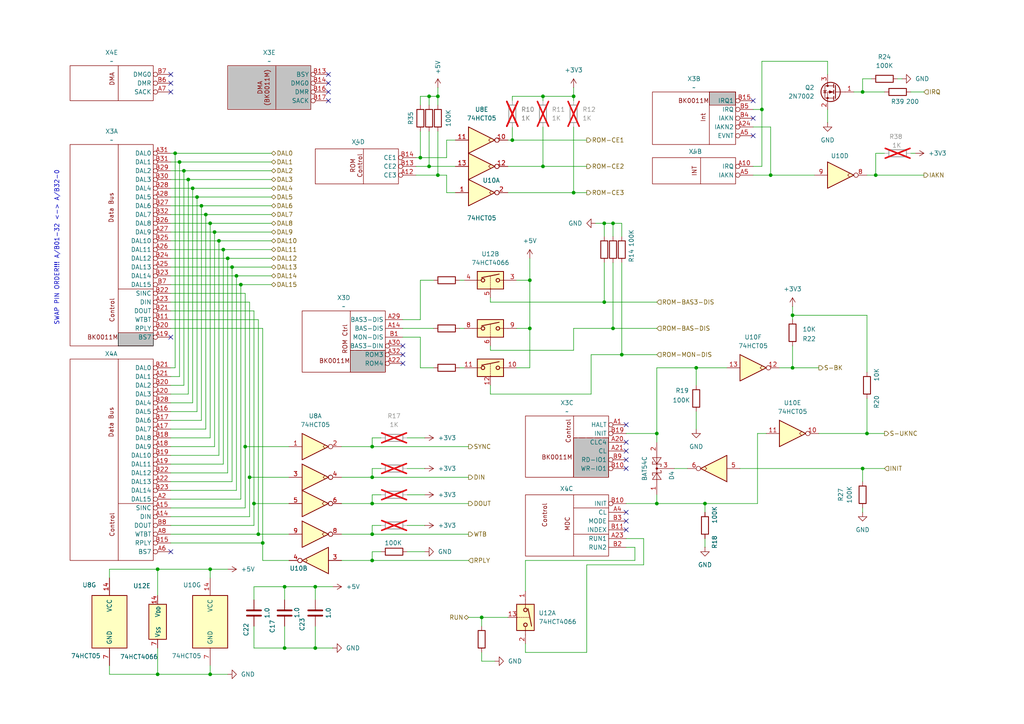
<source format=kicad_sch>
(kicad_sch (version 20231120) (generator "eeschema") (generator_version "8.0")
  (paper "A4")
  (junction (at 73.66 146.05))
  (junction (at 175.26 64.77))
  (junction (at 229.87 106.68))
  (junction (at 107.95 146.05))
  (junction (at 153.67 95.25))
  (junction (at 60.96 165.1))
  (junction (at 67.31 77.47))
  (junction (at 45.72 195.58))
  (junction (at 175.26 87.63))
  (junction (at 107.95 162.56))
  (junction (at 166.37 55.88))
  (junction (at 157.48 27.94))
  (junction (at 229.87 91.44))
  (junction (at 72.39 138.43))
  (junction (at 52.07 46.99))
  (junction (at 66.04 74.93))
  (junction (at 82.55 170.18))
  (junction (at 76.2 157.48))
  (junction (at 127 27.94))
  (junction (at 91.44 187.96))
  (junction (at 157.48 48.26))
  (junction (at 59.69 62.23))
  (junction (at 74.93 154.94))
  (junction (at 68.58 80.01))
  (junction (at 153.67 81.28))
  (junction (at 250.19 135.89))
  (junction (at 107.95 154.94))
  (junction (at 107.95 138.43))
  (junction (at 63.5 69.85))
  (junction (at 139.7 179.07))
  (junction (at 223.52 50.8))
  (junction (at 54.61 52.07))
  (junction (at 254 50.8))
  (junction (at 204.47 146.05))
  (junction (at 121.92 45.72))
  (junction (at 177.8 64.77))
  (junction (at 69.85 82.55))
  (junction (at 124.46 27.94))
  (junction (at 220.98 31.75))
  (junction (at 60.96 195.58))
  (junction (at 62.23 67.31))
  (junction (at 124.46 48.26))
  (junction (at 91.44 170.18))
  (junction (at 71.12 129.54))
  (junction (at 166.37 27.94))
  (junction (at 177.8 95.25))
  (junction (at 82.55 187.96))
  (junction (at 107.95 129.54))
  (junction (at 45.72 165.1))
  (junction (at 55.88 54.61))
  (junction (at 50.8 44.45))
  (junction (at 60.96 64.77))
  (junction (at 250.19 26.67))
  (junction (at 57.15 57.15))
  (junction (at 58.42 59.69))
  (junction (at 127 50.8))
  (junction (at 190.5 125.73))
  (junction (at 53.34 49.53))
  (junction (at 201.93 106.68))
  (junction (at 148.59 40.64))
  (junction (at 251.46 125.73))
  (junction (at 180.34 102.87))
  (junction (at 190.5 146.05))
  (junction (at 64.77 72.39))
  (no_connect (at 95.25 21.59))
  (no_connect (at 181.61 135.89))
  (no_connect (at 181.61 151.13))
  (no_connect (at 218.44 39.37))
  (no_connect (at 181.61 123.19))
  (no_connect (at 181.61 148.59))
  (no_connect (at 181.61 133.35))
  (no_connect (at 181.61 128.27))
  (no_connect (at 218.44 29.21))
  (no_connect (at 181.61 153.67))
  (no_connect (at 116.84 100.33))
  (no_connect (at 95.25 29.21))
  (no_connect (at 49.53 97.79))
  (no_connect (at 49.53 160.02))
  (no_connect (at 49.53 21.59))
  (no_connect (at 181.61 130.81))
  (no_connect (at 49.53 26.67))
  (no_connect (at 95.25 26.67))
  (no_connect (at 95.25 24.13))
  (no_connect (at 49.53 24.13))
  (no_connect (at 116.84 105.41))
  (no_connect (at 116.84 102.87))
  (no_connect (at 218.44 34.29))
  (wire (pts (xy 58.42 59.69) (xy 58.42 121.92)))
  (wire (pts (xy 49.53 144.78) (xy 69.85 144.78)))
  (wire (pts (xy 220.98 17.78) (xy 220.98 31.75)))
  (wire (pts (xy 190.5 106.68) (xy 201.93 106.68)))
  (wire (pts (xy 73.66 146.05) (xy 73.66 152.4)))
  (wire (pts (xy 99.06 129.54) (xy 107.95 129.54)))
  (wire (pts (xy 240.03 21.59) (xy 240.03 17.78)))
  (wire (pts (xy 60.96 193.04) (xy 60.96 195.58)))
  (wire (pts (xy 120.65 48.26) (xy 124.46 48.26)))
  (wire (pts (xy 60.96 165.1) (xy 66.04 165.1)))
  (wire (pts (xy 49.53 106.68) (xy 50.8 106.68)))
  (wire (pts (xy 190.5 95.25) (xy 177.8 95.25)))
  (wire (pts (xy 177.8 68.58) (xy 177.8 64.77)))
  (wire (pts (xy 177.8 64.77) (xy 180.34 64.77)))
  (wire (pts (xy 49.53 147.32) (xy 71.12 147.32)))
  (wire (pts (xy 49.53 152.4) (xy 73.66 152.4)))
  (wire (pts (xy 69.85 82.55) (xy 78.74 82.55)))
  (wire (pts (xy 175.26 64.77) (xy 177.8 64.77)))
  (wire (pts (xy 49.53 154.94) (xy 74.93 154.94)))
  (wire (pts (xy 223.52 50.8) (xy 236.22 50.8)))
  (wire (pts (xy 252.73 22.86) (xy 250.19 22.86)))
  (wire (pts (xy 256.54 44.45) (xy 254 44.45)))
  (wire (pts (xy 166.37 27.94) (xy 166.37 29.21)))
  (wire (pts (xy 240.03 31.75) (xy 240.03 35.56)))
  (wire (pts (xy 49.53 44.45) (xy 50.8 44.45)))
  (wire (pts (xy 45.72 165.1) (xy 60.96 165.1)))
  (wire (pts (xy 121.92 27.94) (xy 124.46 27.94)))
  (wire (pts (xy 49.53 129.54) (xy 62.23 129.54)))
  (wire (pts (xy 204.47 146.05) (xy 204.47 148.59)))
  (wire (pts (xy 190.5 146.05) (xy 204.47 146.05)))
  (wire (pts (xy 73.66 181.61) (xy 73.66 187.96)))
  (wire (pts (xy 118.11 152.4) (xy 123.19 152.4)))
  (wire (pts (xy 129.54 45.72) (xy 129.54 40.64)))
  (wire (pts (xy 91.44 187.96) (xy 96.52 187.96)))
  (wire (pts (xy 99.06 162.56) (xy 107.95 162.56)))
  (wire (pts (xy 124.46 38.1) (xy 124.46 48.26)))
  (wire (pts (xy 91.44 181.61) (xy 91.44 187.96)))
  (wire (pts (xy 251.46 125.73) (xy 256.54 125.73)))
  (wire (pts (xy 53.34 111.76) (xy 53.34 49.53)))
  (wire (pts (xy 66.04 74.93) (xy 66.04 137.16)))
  (wire (pts (xy 121.92 30.48) (xy 121.92 27.94)))
  (wire (pts (xy 49.53 157.48) (xy 76.2 157.48)))
  (wire (pts (xy 64.77 72.39) (xy 64.77 134.62)))
  (wire (pts (xy 250.19 26.67) (xy 256.54 26.67)))
  (wire (pts (xy 63.5 69.85) (xy 63.5 132.08)))
  (wire (pts (xy 54.61 52.07) (xy 78.74 52.07)))
  (wire (pts (xy 219.71 125.73) (xy 222.25 125.73)))
  (wire (pts (xy 49.53 69.85) (xy 63.5 69.85)))
  (wire (pts (xy 107.95 135.89) (xy 107.95 138.43)))
  (wire (pts (xy 49.53 95.25) (xy 76.2 95.25)))
  (wire (pts (xy 72.39 138.43) (xy 72.39 149.86)))
  (wire (pts (xy 180.34 102.87) (xy 171.45 102.87)))
  (wire (pts (xy 52.07 46.99) (xy 78.74 46.99)))
  (wire (pts (xy 218.44 48.26) (xy 220.98 48.26)))
  (wire (pts (xy 170.18 55.88) (xy 166.37 55.88)))
  (wire (pts (xy 181.61 146.05) (xy 190.5 146.05)))
  (wire (pts (xy 54.61 114.3) (xy 54.61 52.07)))
  (wire (pts (xy 139.7 191.77) (xy 143.51 191.77)))
  (wire (pts (xy 142.24 114.3) (xy 171.45 114.3)))
  (wire (pts (xy 110.49 152.4) (xy 107.95 152.4)))
  (wire (pts (xy 170.18 163.83) (xy 186.69 163.83)))
  (wire (pts (xy 171.45 114.3) (xy 171.45 102.87)))
  (wire (pts (xy 220.98 31.75) (xy 220.98 48.26)))
  (wire (pts (xy 229.87 92.71) (xy 229.87 91.44)))
  (wire (pts (xy 229.87 106.68) (xy 237.49 106.68)))
  (wire (pts (xy 247.65 26.67) (xy 250.19 26.67)))
  (wire (pts (xy 116.84 95.25) (xy 125.73 95.25)))
  (wire (pts (xy 62.23 67.31) (xy 62.23 129.54)))
  (wire (pts (xy 229.87 91.44) (xy 229.87 88.9)))
  (wire (pts (xy 83.82 162.56) (xy 76.2 162.56)))
  (wire (pts (xy 142.24 87.63) (xy 175.26 87.63)))
  (wire (pts (xy 264.16 26.67) (xy 267.97 26.67)))
  (wire (pts (xy 68.58 80.01) (xy 68.58 142.24)))
  (wire (pts (xy 58.42 59.69) (xy 78.74 59.69)))
  (wire (pts (xy 250.19 135.89) (xy 256.54 135.89)))
  (wire (pts (xy 74.93 154.94) (xy 83.82 154.94)))
  (wire (pts (xy 50.8 44.45) (xy 78.74 44.45)))
  (wire (pts (xy 107.95 154.94) (xy 135.89 154.94)))
  (wire (pts (xy 49.53 80.01) (xy 68.58 80.01)))
  (wire (pts (xy 45.72 195.58) (xy 60.96 195.58)))
  (wire (pts (xy 121.92 106.68) (xy 125.73 106.68)))
  (wire (pts (xy 53.34 49.53) (xy 78.74 49.53)))
  (wire (pts (xy 157.48 27.94) (xy 166.37 27.94)))
  (wire (pts (xy 251.46 91.44) (xy 229.87 91.44)))
  (wire (pts (xy 49.53 92.71) (xy 74.93 92.71)))
  (wire (pts (xy 107.95 138.43) (xy 135.89 138.43)))
  (wire (pts (xy 74.93 92.71) (xy 74.93 154.94)))
  (wire (pts (xy 172.72 64.77) (xy 175.26 64.77)))
  (wire (pts (xy 73.66 187.96) (xy 82.55 187.96)))
  (wire (pts (xy 135.89 179.07) (xy 139.7 179.07)))
  (wire (pts (xy 49.53 116.84) (xy 55.88 116.84)))
  (wire (pts (xy 49.53 142.24) (xy 68.58 142.24)))
  (wire (pts (xy 49.53 132.08) (xy 63.5 132.08)))
  (wire (pts (xy 142.24 86.36) (xy 142.24 87.63)))
  (wire (pts (xy 50.8 44.45) (xy 50.8 106.68)))
  (wire (pts (xy 121.92 81.28) (xy 125.73 81.28)))
  (wire (pts (xy 170.18 189.23) (xy 170.18 163.83)))
  (wire (pts (xy 134.62 106.68) (xy 133.35 106.68)))
  (wire (pts (xy 49.53 74.93) (xy 66.04 74.93)))
  (wire (pts (xy 180.34 68.58) (xy 180.34 64.77)))
  (wire (pts (xy 201.93 119.38) (xy 201.93 124.46)))
  (wire (pts (xy 45.72 187.96) (xy 45.72 195.58)))
  (wire (pts (xy 110.49 160.02) (xy 107.95 160.02)))
  (wire (pts (xy 204.47 146.05) (xy 219.71 146.05)))
  (wire (pts (xy 214.63 135.89) (xy 250.19 135.89)))
  (wire (pts (xy 71.12 129.54) (xy 71.12 147.32)))
  (wire (pts (xy 73.66 173.99) (xy 73.66 170.18)))
  (wire (pts (xy 142.24 101.6) (xy 166.37 101.6)))
  (wire (pts (xy 148.59 40.64) (xy 147.32 40.64)))
  (wire (pts (xy 184.15 158.75) (xy 181.61 158.75)))
  (wire (pts (xy 120.65 50.8) (xy 127 50.8)))
  (wire (pts (xy 157.48 36.83) (xy 157.48 48.26)))
  (wire (pts (xy 116.84 97.79) (xy 121.92 97.79)))
  (wire (pts (xy 265.43 44.45) (xy 264.16 44.45)))
  (wire (pts (xy 57.15 57.15) (xy 78.74 57.15)))
  (wire (pts (xy 166.37 25.4) (xy 166.37 27.94)))
  (wire (pts (xy 226.06 106.68) (xy 229.87 106.68)))
  (wire (pts (xy 59.69 62.23) (xy 59.69 124.46)))
  (wire (pts (xy 254 50.8) (xy 267.97 50.8)))
  (wire (pts (xy 152.4 189.23) (xy 170.18 189.23)))
  (wire (pts (xy 72.39 138.43) (xy 83.82 138.43)))
  (wire (pts (xy 49.53 54.61) (xy 55.88 54.61)))
  (wire (pts (xy 107.95 162.56) (xy 135.89 162.56)))
  (wire (pts (xy 251.46 107.95) (xy 251.46 91.44)))
  (wire (pts (xy 121.92 45.72) (xy 129.54 45.72)))
  (wire (pts (xy 127 50.8) (xy 129.54 50.8)))
  (wire (pts (xy 49.53 64.77) (xy 60.96 64.77)))
  (wire (pts (xy 49.53 85.09) (xy 71.12 85.09)))
  (wire (pts (xy 52.07 46.99) (xy 52.07 109.22)))
  (wire (pts (xy 107.95 129.54) (xy 135.89 129.54)))
  (wire (pts (xy 67.31 77.47) (xy 78.74 77.47)))
  (wire (pts (xy 190.5 106.68) (xy 190.5 125.73)))
  (wire (pts (xy 149.86 81.28) (xy 153.67 81.28)))
  (wire (pts (xy 116.84 92.71) (xy 121.92 92.71)))
  (wire (pts (xy 49.53 137.16) (xy 66.04 137.16)))
  (wire (pts (xy 127 38.1) (xy 127 50.8)))
  (wire (pts (xy 121.92 97.79) (xy 121.92 106.68)))
  (wire (pts (xy 82.55 170.18) (xy 82.55 173.99)))
  (wire (pts (xy 124.46 48.26) (xy 132.08 48.26)))
  (wire (pts (xy 107.95 146.05) (xy 135.89 146.05)))
  (wire (pts (xy 68.58 80.01) (xy 78.74 80.01)))
  (wire (pts (xy 152.4 186.69) (xy 152.4 189.23)))
  (wire (pts (xy 49.53 82.55) (xy 69.85 82.55)))
  (wire (pts (xy 152.4 171.45) (xy 152.4 162.56)))
  (wire (pts (xy 142.24 100.33) (xy 142.24 101.6)))
  (wire (pts (xy 31.75 165.1) (xy 45.72 165.1)))
  (wire (pts (xy 219.71 146.05) (xy 219.71 125.73)))
  (wire (pts (xy 120.65 45.72) (xy 121.92 45.72)))
  (wire (pts (xy 124.46 30.48) (xy 124.46 27.94)))
  (wire (pts (xy 59.69 62.23) (xy 78.74 62.23)))
  (wire (pts (xy 110.49 143.51) (xy 107.95 143.51)))
  (wire (pts (xy 31.75 195.58) (xy 45.72 195.58)))
  (wire (pts (xy 181.61 125.73) (xy 190.5 125.73)))
  (wire (pts (xy 49.53 49.53) (xy 53.34 49.53)))
  (wire (pts (xy 82.55 181.61) (xy 82.55 187.96)))
  (wire (pts (xy 66.04 74.93) (xy 78.74 74.93)))
  (wire (pts (xy 170.18 48.26) (xy 157.48 48.26)))
  (wire (pts (xy 107.95 143.51) (xy 107.95 146.05)))
  (wire (pts (xy 49.53 134.62) (xy 64.77 134.62)))
  (wire (pts (xy 237.49 125.73) (xy 251.46 125.73)))
  (wire (pts (xy 129.54 40.64) (xy 132.08 40.64)))
  (wire (pts (xy 49.53 52.07) (xy 54.61 52.07)))
  (wire (pts (xy 134.62 81.28) (xy 133.35 81.28)))
  (wire (pts (xy 69.85 82.55) (xy 69.85 144.78)))
  (wire (pts (xy 60.96 64.77) (xy 60.96 127)))
  (wire (pts (xy 67.31 77.47) (xy 67.31 139.7)))
  (wire (pts (xy 152.4 162.56) (xy 184.15 162.56)))
  (wire (pts (xy 148.59 29.21) (xy 148.59 27.94)))
  (wire (pts (xy 49.53 62.23) (xy 59.69 62.23)))
  (wire (pts (xy 72.39 87.63) (xy 72.39 138.43)))
  (wire (pts (xy 190.5 102.87) (xy 180.34 102.87)))
  (wire (pts (xy 71.12 85.09) (xy 71.12 129.54)))
  (wire (pts (xy 118.11 135.89) (xy 123.19 135.89)))
  (wire (pts (xy 148.59 27.94) (xy 157.48 27.94)))
  (wire (pts (xy 107.95 127) (xy 107.95 129.54)))
  (wire (pts (xy 49.53 111.76) (xy 53.34 111.76)))
  (wire (pts (xy 118.11 160.02) (xy 123.19 160.02)))
  (wire (pts (xy 166.37 101.6) (xy 166.37 95.25)))
  (wire (pts (xy 166.37 36.83) (xy 166.37 55.88)))
  (wire (pts (xy 73.66 170.18) (xy 82.55 170.18)))
  (wire (pts (xy 124.46 27.94) (xy 127 27.94)))
  (wire (pts (xy 45.72 165.1) (xy 45.72 172.72)))
  (wire (pts (xy 49.53 119.38) (xy 57.15 119.38)))
  (wire (pts (xy 201.93 106.68) (xy 210.82 106.68)))
  (wire (pts (xy 127 27.94) (xy 127 30.48)))
  (wire (pts (xy 55.88 54.61) (xy 55.88 116.84)))
  (wire (pts (xy 139.7 179.07) (xy 139.7 181.61)))
  (wire (pts (xy 60.96 195.58) (xy 66.04 195.58)))
  (wire (pts (xy 71.12 129.54) (xy 83.82 129.54)))
  (wire (pts (xy 91.44 170.18) (xy 91.44 173.99)))
  (wire (pts (xy 250.19 135.89) (xy 250.19 139.7)))
  (wire (pts (xy 157.48 48.26) (xy 147.32 48.26)))
  (wire (pts (xy 99.06 146.05) (xy 107.95 146.05)))
  (wire (pts (xy 49.53 57.15) (xy 57.15 57.15)))
  (wire (pts (xy 157.48 27.94) (xy 157.48 29.21)))
  (wire (pts (xy 153.67 95.25) (xy 153.67 106.68)))
  (wire (pts (xy 250.19 22.86) (xy 250.19 26.67)))
  (wire (pts (xy 175.26 68.58) (xy 175.26 64.77)))
  (wire (pts (xy 148.59 36.83) (xy 148.59 40.64)))
  (wire (pts (xy 76.2 162.56) (xy 76.2 157.48)))
  (wire (pts (xy 73.66 90.17) (xy 73.66 146.05)))
  (wire (pts (xy 76.2 95.25) (xy 76.2 157.48)))
  (wire (pts (xy 186.69 156.21) (xy 181.61 156.21)))
  (wire (pts (xy 49.53 72.39) (xy 64.77 72.39)))
  (wire (pts (xy 170.18 40.64) (xy 148.59 40.64)))
  (wire (pts (xy 60.96 64.77) (xy 78.74 64.77)))
  (wire (pts (xy 118.11 143.51) (xy 123.19 143.51)))
  (wire (pts (xy 175.26 87.63) (xy 175.26 76.2)))
  (wire (pts (xy 49.53 67.31) (xy 62.23 67.31)))
  (wire (pts (xy 62.23 67.31) (xy 78.74 67.31)))
  (wire (pts (xy 186.69 163.83) (xy 186.69 156.21)))
  (wire (pts (xy 139.7 189.23) (xy 139.7 191.77)))
  (wire (pts (xy 166.37 55.88) (xy 147.32 55.88)))
  (wire (pts (xy 129.54 55.88) (xy 132.08 55.88)))
  (wire (pts (xy 180.34 76.2) (xy 180.34 102.87)))
  (wire (pts (xy 99.06 138.43) (xy 107.95 138.43)))
  (wire (pts (xy 149.86 106.68) (xy 153.67 106.68)))
  (wire (pts (xy 223.52 36.83) (xy 223.52 50.8)))
  (wire (pts (xy 49.53 77.47) (xy 67.31 77.47)))
  (wire (pts (xy 49.53 90.17) (xy 73.66 90.17)))
  (wire (pts (xy 82.55 170.18) (xy 91.44 170.18)))
  (wire (pts (xy 64.77 72.39) (xy 78.74 72.39)))
  (wire (pts (xy 82.55 187.96) (xy 91.44 187.96)))
  (wire (pts (xy 118.11 127) (xy 123.19 127)))
  (wire (pts (xy 190.5 87.63) (xy 175.26 87.63)))
  (wire (pts (xy 142.24 111.76) (xy 142.24 114.3)))
  (wire (pts (xy 91.44 170.18) (xy 96.52 170.18)))
  (wire (pts (xy 218.44 50.8) (xy 223.52 50.8)))
  (wire (pts (xy 49.53 87.63) (xy 72.39 87.63)))
  (wire (pts (xy 49.53 127) (xy 60.96 127)))
  (wire (pts (xy 201.93 106.68) (xy 201.93 111.76)))
  (wire (pts (xy 229.87 100.33) (xy 229.87 106.68)))
  (wire (pts (xy 129.54 50.8) (xy 129.54 55.88)))
  (wire (pts (xy 134.62 95.25) (xy 133.35 95.25)))
  (wire (pts (xy 49.53 109.22) (xy 52.07 109.22)))
  (wire (pts (xy 153.67 74.93) (xy 153.67 81.28)))
  (wire (pts (xy 49.53 139.7) (xy 67.31 139.7)))
  (wire (pts (xy 55.88 54.61) (xy 78.74 54.61)))
  (wire (pts (xy 195.58 135.89) (xy 199.39 135.89)))
  (wire (pts (xy 218.44 36.83) (xy 223.52 36.83)))
  (wire (pts (xy 177.8 76.2) (xy 177.8 95.25)))
  (wire (pts (xy 153.67 81.28) (xy 153.67 95.25)))
  (wire (pts (xy 121.92 38.1) (xy 121.92 45.72)))
  (wire (pts (xy 254 44.45) (xy 254 50.8)))
  (wire (pts (xy 57.15 57.15) (xy 57.15 119.38)))
  (wire (pts (xy 49.53 46.99) (xy 52.07 46.99)))
  (wire (pts (xy 63.5 69.85) (xy 78.74 69.85)))
  (wire (pts (xy 49.53 59.69) (xy 58.42 59.69)))
  (wire (pts (xy 127 27.94) (xy 127 25.4)))
  (wire (pts (xy 250.19 147.32) (xy 250.19 148.59)))
  (wire (pts (xy 107.95 152.4) (xy 107.95 154.94)))
  (wire (pts (xy 110.49 135.89) (xy 107.95 135.89)))
  (wire (pts (xy 139.7 179.07) (xy 147.32 179.07)))
  (wire (pts (xy 99.06 154.94) (xy 107.95 154.94)))
  (wire (pts (xy 49.53 149.86) (xy 72.39 149.86)))
  (wire (pts (xy 49.53 124.46) (xy 59.69 124.46)))
  (wire (pts (xy 121.92 92.71) (xy 121.92 81.28)))
  (wire (pts (xy 218.44 31.75) (xy 220.98 31.75)))
  (wire (pts (xy 251.46 50.8) (xy 254 50.8)))
  (wire (pts (xy 31.75 167.64) (xy 31.75 165.1)))
  (wire (pts (xy 190.5 143.51) (xy 190.5 146.05)))
  (wire (pts (xy 166.37 95.25) (xy 177.8 95.25)))
  (wire (pts (xy 190.5 125.73) (xy 190.5 128.27)))
  (wire (pts (xy 110.49 127) (xy 107.95 127)))
  (wire (pts (xy 107.95 160.02) (xy 107.95 162.56)))
  (wire (pts (xy 49.53 121.92) (xy 58.42 121.92)))
  (wire (pts (xy 261.62 22.86) (xy 260.35 22.86)))
  (wire (pts (xy 60.96 165.1) (xy 60.96 167.64)))
  (wire (pts (xy 31.75 193.04) (xy 31.75 195.58)))
  (wire (pts (xy 73.66 146.05) (xy 83.82 146.05)))
  (wire (pts (xy 49.53 114.3) (xy 54.61 114.3)))
  (wire (pts (xy 204.47 156.21) (xy 204.47 158.75)))
  (wire (pts (xy 251.46 115.57) (xy 251.46 125.73)))
  (wire (pts (xy 220.98 17.78) (xy 240.03 17.78)))
  (wire (pts (xy 184.15 162.56) (xy 184.15 158.75)))
  (wire (pts (xy 149.86 95.25) (xy 153.67 95.25)))
  (text "SWAP PIN ORDER!!! A/B01-32 <-> A/B32-0" (at 16.51 71.882 90) (effects (font (size 1.27 1.27))))
  (hierarchical_label "ROM-CE3" (shape output) (at 170.18 55.88 0))
  (hierarchical_label "DAL3" (shape bidirectional) (at 78.74 52.07 0))
  (hierarchical_label "S-BK" (shape output) (at 237.49 106.68 0))
  (hierarchical_label "RPLY" (shape input) (at 135.89 162.56 0))
  (hierarchical_label "ROM-BAS3-DIS" (shape input) (at 190.5 87.63 0))
  (hierarchical_label "DAL4" (shape bidirectional) (at 78.74 54.61 0))
  (hierarchical_label "DAL1" (shape bidirectional) (at 78.74 46.99 0))
  (hierarchical_label "ROM-MON-DIS" (shape input) (at 190.5 102.87 0))
  (hierarchical_label "WTB" (shape output) (at 135.89 154.94 0))
  (hierarchical_label "IRQ" (shape input) (at 267.97 26.67 0))
  (hierarchical_label "DAL9" (shape bidirectional) (at 78.74 67.31 0))
  (hierarchical_label "DAL5" (shape bidirectional) (at 78.74 57.15 0))
  (hierarchical_label "DAL8" (shape bidirectional) (at 78.74 64.77 0))
  (hierarchical_label "IAKN" (shape output) (at 267.97 50.8 0))
  (hierarchical_label "DAL12" (shape bidirectional) (at 78.74 74.93 0))
  (hierarchical_label "ROM-CE1" (shape output) (at 170.18 40.64 0))
  (hierarchical_label "DAL7" (shape bidirectional) (at 78.74 62.23 0))
  (hierarchical_label "ROM-BAS-DIS" (shape input) (at 190.5 95.25 0))
  (hierarchical_label "DAL13" (shape bidirectional) (at 78.74 77.47 0))
  (hierarchical_label "DAL11" (shape bidirectional) (at 78.74 72.39 0))
  (hierarchical_label "DAL15" (shape bidirectional) (at 78.74 82.55 0))
  (hierarchical_label "DAL2" (shape bidirectional) (at 78.74 49.53 0))
  (hierarchical_label "DAL0" (shape bidirectional) (at 78.74 44.45 0))
  (hierarchical_label "INIT" (shape input) (at 256.54 135.89 0))
  (hierarchical_label "DAL10" (shape bidirectional) (at 78.74 69.85 0))
  (hierarchical_label "SYNC" (shape output) (at 135.89 129.54 0))
  (hierarchical_label "DAL6" (shape bidirectional) (at 78.74 59.69 0))
  (hierarchical_label "DAL14" (shape bidirectional) (at 78.74 80.01 0))
  (hierarchical_label "DIN" (shape output) (at 135.89 138.43 0))
  (hierarchical_label "S-UKNC" (shape output) (at 256.54 125.73 0))
  (hierarchical_label "ROM-CE2" (shape output) (at 170.18 48.26 0))
  (hierarchical_label "RUN" (shape bidirectional) (at 135.89 179.07 180))
  (hierarchical_label "DOUT" (shape output) (at 135.89 146.05 0))
  (symbol (lib_id "Device:C") (at 91.44 177.8 180) (unit 1)
    (property "Reference" "C23" (at 87.63 181.102 90))
    (property "Value" "1.0" (at 95.25 177.8 90))
    (property "Footprint" "Capacitor_SMD:C_0603_1608Metric_Pad1.08x0.95mm_HandSolder" (effects (hide yes)))
    (property "Description" "Unpolarized capacitor" (effects (hide yes)))
  )
  (symbol (lib_id "Analog_Switch:CD4066BM") (at 142.24 106.68 0) (unit 4)
    (property "Reference" "U12" (effects (hide yes)))
    (property "Value" "74HCT4066" (effects (hide yes)))
    (property "Footprint" "Package_SO:SO-14_3.9x8.65mm_P1.27mm" (effects (hide yes)))
    (property "Datasheet" "https://www.ti.com/lit/ds/symlink/cd4066b.pdf" (effects (hide yes)))
    (property "Description" "Quad 20V analog SPST 1:1 switch, SO-14 (3.9x8.65mm)" (effects (hide yes)))
  )
  (symbol (lib_id "Device:R") (at 260.35 44.45 270) (unit 1) (dnp yes)
    (property "Reference" "R38" (at 259.842 39.624 90))
    (property "Value" "1K" (at 260.096 42.164 90))
    (property "Footprint" "Resistor_SMD:R_0603_1608Metric_Pad0.98x0.95mm_HandSolder" (effects (hide yes)))
    (property "Description" "Resistor" (effects (hide yes)))
  )
  (symbol (lib_id "local1:74HCT05") (at 243.84 50.8 0) (unit 4)
    (property "Reference" "U10" (at 243.586 45.212 0))
    (property "Value" "74HCT05" (effects (hide yes)))
    (property "Footprint" "Package_SO:SO-14_3.9x8.65mm_P1.27mm" (effects (hide yes)))
    (property "Datasheet" "http://www.ti.com/lit/gpn/sn74LS05" (effects (hide yes)))
    (property "Description" "Inverter Open Collect" (effects (hide yes)))
  )
  (symbol (lib_id "power:+3V3") (at 166.37 25.4 0) (unit 1)
    (property "Reference" "#PWR055" (effects (hide yes)))
    (property "Value" "+3V3" (at 166.37 20.32 0))
    (property "Description" "Power symbol creates a global label with name \"+3V3\"" (effects (hide yes)))
  )
  (symbol (lib_id "local1:74HCT05") (at 31.75 180.34 0) (unit 7)
    (property "Reference" "U8" (at 23.876 169.672 0) (effects (justify left)))
    (property "Value" "74HCT05" (at 20.574 190.246 0) (effects (justify left)))
    (property "Footprint" "Package_SO:SO-14_3.9x8.65mm_P1.27mm" (effects (hide yes)))
    (property "Datasheet" "http://www.ti.com/lit/gpn/sn74LS05" (effects (hide yes)))
    (property "Description" "Inverter Open Collect" (effects (hide yes)))
  )
  (symbol (lib_id "local1:MSTD_SEP") (at 181.61 123.19 0) (unit 3)
    (property "Reference" "X3" (at 164.465 116.84 0))
    (property "Value" "~" (at 164.465 119.38 0))
    (property "Footprint" "local:09722642801" (effects (hide yes)))
  )
  (symbol (lib_id "power:+3V3") (at 123.19 143.51 270) (unit 1)
    (property "Reference" "#PWR043" (effects (hide yes)))
    (property "Value" "+3V3" (at 127 143.5099 90) (effects (justify left)))
    (property "Description" "Power symbol creates a global label with name \"+3V3\"" (effects (hide yes)))
  )
  (symbol (lib_id "local1:MSTD_SEP") (at 95.25 21.59 0) (unit 5)
    (property "Reference" "X3" (at 78.105 15.24 0))
    (property "Value" "~" (at 78.105 17.78 0))
    (property "Footprint" "local:09722642801" (effects (hide yes)))
  )
  (symbol (lib_id "local1:74HCT05") (at 91.44 129.54 0) (unit 1)
    (property "Reference" "U8" (at 91.44 120.65 0))
    (property "Value" "74HCT05" (at 91.44 123.19 0))
    (property "Footprint" "Package_SO:SO-14_3.9x8.65mm_P1.27mm" (effects (hide yes)))
    (property "Datasheet" "http://www.ti.com/lit/gpn/sn74LS05" (effects (hide yes)))
    (property "Description" "Inverter Open Collect" (effects (hide yes)))
  )
  (symbol (lib_id "Device:R") (at 124.46 34.29 180) (unit 1)
    (property "Reference" "R36" (effects (hide yes)))
    (property "Value" "100K" (effects (hide yes)))
    (property "Footprint" "Resistor_SMD:R_0603_1608Metric_Pad0.98x0.95mm_HandSolder" (effects (hide yes)))
    (property "Description" "Resistor" (effects (hide yes)))
  )
  (symbol (lib_id "Device:R") (at 114.3 127 90) (unit 1) (dnp yes)
    (property "Reference" "R17" (at 114.3 120.65 90))
    (property "Value" "1K" (at 114.3 123.19 90))
    (property "Footprint" "Resistor_SMD:R_0603_1608Metric_Pad0.98x0.95mm_HandSolder" (effects (hide yes)))
    (property "Description" "Resistor" (effects (hide yes)))
  )
  (symbol (lib_id "power:GND") (at 250.19 148.59 0) (unit 1)
    (property "Reference" "#PWR070" (effects (hide yes)))
    (property "Value" "GND" (at 250.19 153.67 0))
    (property "Description" "Power symbol creates a global label with name \"GND\" , ground" (effects (hide yes)))
  )
  (symbol (lib_id "Device:R") (at 180.34 72.39 0) (mirror y) (unit 1)
    (property "Reference" "R14" (at 183.134 74.168 90))
    (property "Value" "100K" (at 183.134 69.088 90))
    (property "Footprint" "Resistor_SMD:R_0603_1608Metric_Pad0.98x0.95mm_HandSolder" (effects (hide yes)))
    (property "Description" "Resistor" (effects (hide yes)))
  )
  (symbol (lib_id "Device:R") (at 114.3 143.51 90) (unit 1) (dnp yes)
    (property "Reference" "R25" (effects (hide yes)))
    (property "Value" "1K" (effects (hide yes)))
    (property "Footprint" "Resistor_SMD:R_0603_1608Metric_Pad0.98x0.95mm_HandSolder" (effects (hide yes)))
    (property "Description" "Resistor" (effects (hide yes)))
  )
  (symbol (lib_id "local1:MSTD_SEP") (at 218.44 29.21 0) (unit 2)
    (property "Reference" "X3" (at 201.295 22.86 0))
    (property "Value" "~" (at 201.295 25.4 0))
    (property "Footprint" "local:09722642801" (effects (hide yes)))
  )
  (symbol (lib_id "local1:UKNC_SEP") (at 181.61 146.05 0) (unit 3)
    (property "Reference" "X4" (at 164.338 141.732 0))
    (property "Value" "~" (at 164.465 142.24 0))
    (property "Footprint" "local:snp15" (effects (hide yes)))
  )
  (symbol (lib_id "power:GND") (at 123.19 160.02 90) (unit 1)
    (property "Reference" "#PWR065" (effects (hide yes)))
    (property "Value" "GND" (at 127 160.0199 90) (effects (justify right)))
    (property "Description" "Power symbol creates a global label with name \"GND\" , ground" (effects (hide yes)))
  )
  (symbol (lib_id "power:+3V3") (at 229.87 88.9 0) (unit 1)
    (property "Reference" "#PWR061" (effects (hide yes)))
    (property "Value" "+3V3" (at 229.87 83.82 0))
    (property "Description" "Power symbol creates a global label with name \"+3V3\"" (effects (hide yes)))
  )
  (symbol (lib_id "Device:R") (at 121.92 34.29 180) (unit 1)
    (property "Reference" "R35" (at 119.126 34.29 90))
    (property "Value" "100K" (effects (hide yes)))
    (property "Footprint" "Resistor_SMD:R_0603_1608Metric_Pad0.98x0.95mm_HandSolder" (effects (hide yes)))
    (property "Description" "Resistor" (effects (hide yes)))
  )
  (symbol (lib_id "local1:74HCT05") (at 139.7 48.26 0) (unit 6)
    (property "Reference" "U8" (effects (hide yes)))
    (property "Value" "74HCT05" (effects (hide yes)))
    (property "Footprint" "Package_SO:SO-14_3.9x8.65mm_P1.27mm" (effects (hide yes)))
    (property "Datasheet" "http://www.ti.com/lit/gpn/sn74LS05" (effects (hide yes)))
    (property "Description" "Inverter Open Collect" (effects (hide yes)))
  )
  (symbol (lib_id "local1:74HCT05") (at 60.96 180.34 0) (unit 7)
    (property "Reference" "U10" (at 53.086 169.672 0) (effects (justify left)))
    (property "Value" "74HCT05" (at 49.784 190.246 0) (effects (justify left)))
    (property "Footprint" "Package_SO:SO-14_3.9x8.65mm_P1.27mm" (effects (hide yes)))
    (property "Datasheet" "http://www.ti.com/lit/gpn/sn74LS05" (effects (hide yes)))
    (property "Description" "Inverter Open Collect" (effects (hide yes)))
  )
  (symbol (lib_id "power:+5V") (at 96.52 170.18 270) (unit 1)
    (property "Reference" "#PWR076" (effects (hide yes)))
    (property "Value" "+5V" (at 100.33 170.1799 90) (effects (justify left)))
    (property "Description" "Power symbol creates a global label with name \"+5V\"" (effects (hide yes)))
  )
  (symbol (lib_id "power:+3V3") (at 123.19 152.4 270) (unit 1)
    (property "Reference" "#PWR044" (effects (hide yes)))
    (property "Value" "+3V3" (at 127 152.3999 90) (effects (justify left)))
    (property "Description" "Power symbol creates a global label with name \"+3V3\"" (effects (hide yes)))
  )
  (symbol (lib_id "power:GND") (at 261.62 22.86 90) (unit 1)
    (property "Reference" "#PWR062" (effects (hide yes)))
    (property "Value" "GND" (at 265.43 22.8599 90) (effects (justify right)))
    (property "Description" "Power symbol creates a global label with name \"GND\" , ground" (effects (hide yes)))
  )
  (symbol (lib_id "Device:R") (at 114.3 160.02 270) (unit 1)
    (property "Reference" "R23" (effects (hide yes)))
    (property "Value" "100K" (at 114.046 157.48 90))
    (property "Footprint" "Resistor_SMD:R_0603_1608Metric_Pad0.98x0.95mm_HandSolder" (effects (hide yes)))
    (property "Description" "Resistor" (effects (hide yes)))
  )
  (symbol (lib_id "Device:R") (at 175.26 72.39 0) (mirror y) (unit 1)
    (property "Reference" "R16" (effects (hide yes)))
    (property "Value" "100K" (effects (hide yes)))
    (property "Footprint" "Resistor_SMD:R_0603_1608Metric_Pad0.98x0.95mm_HandSolder" (effects (hide yes)))
    (property "Description" "Resistor" (effects (hide yes)))
  )
  (symbol (lib_id "Device:C") (at 82.55 177.8 180) (unit 1)
    (property "Reference" "C17" (at 78.994 183.642 90) (effects (justify right)))
    (property "Value" "1.0" (at 86.106 179.324 90) (effects (justify right)))
    (property "Footprint" "Capacitor_SMD:C_0603_1608Metric_Pad1.08x0.95mm_HandSolder" (effects (hide yes)))
    (property "Description" "Unpolarized capacitor" (effects (hide yes)))
  )
  (symbol (lib_id "local1:74HCT05") (at 139.7 55.88 0) (unit 1)
    (property "Reference" "U10" (at 142.494 52.324 0))
    (property "Value" "74HCT05" (at 139.7 63.246 0))
    (property "Footprint" "Package_SO:SO-14_3.9x8.65mm_P1.27mm" (effects (hide yes)))
    (property "Datasheet" "http://www.ti.com/lit/gpn/sn74LS05" (effects (hide yes)))
    (property "Description" "Inverter Open Collect" (effects (hide yes)))
  )
  (symbol (lib_id "local1:74HCT05") (at 218.44 106.68 0) (unit 6)
    (property "Reference" "U10" (at 218.44 97.79 0))
    (property "Value" "74HCT05" (at 218.44 100.33 0))
    (property "Footprint" "Package_SO:SO-14_3.9x8.65mm_P1.27mm" (effects (hide yes)))
    (property "Datasheet" "http://www.ti.com/lit/gpn/sn74LS05" (effects (hide yes)))
    (property "Description" "Inverter Open Collect" (effects (hide yes)))
  )
  (symbol (lib_id "local1:MSTD_SEP") (at 116.84 92.71 0) (unit 4)
    (property "Reference" "X3" (at 99.695 86.36 0))
    (property "Value" "~" (at 99.695 88.9 0))
    (property "Footprint" "local:09722642801" (effects (hide yes)))
  )
  (symbol (lib_id "power:+5V") (at 153.67 74.93 0) (unit 1)
    (property "Reference" "#PWR056" (effects (hide yes)))
    (property "Value" "+5V" (at 153.67 69.85 0))
    (property "Description" "Power symbol creates a global label with name \"+5V\"" (effects (hide yes)))
  )
  (symbol (lib_id "Diode:BAT54C") (at 190.5 135.89 90) (unit 1)
    (property "Reference" "D4" (at 194.818 137.922 0))
    (property "Value" "BAT54C" (at 186.944 135.89 0))
    (property "Footprint" "Package_TO_SOT_SMD:SOT-23" (effects (hide yes)))
    (property "Datasheet" "http://www.diodes.com/_files/datasheets/ds11005.pdf" (effects (hide yes)))
    (property "Description" "dual schottky barrier diode, common cathode" (effects (hide yes)))
  )
  (symbol (lib_id "Device:R") (at 127 34.29 180) (unit 1)
    (property "Reference" "R37" (effects (hide yes)))
    (property "Value" "100K" (at 130.048 34.29 90))
    (property "Footprint" "Resistor_SMD:R_0603_1608Metric_Pad0.98x0.95mm_HandSolder" (effects (hide yes)))
    (property "Description" "Resistor" (effects (hide yes)))
  )
  (symbol (lib_id "power:GND") (at 201.93 124.46 0) (unit 1)
    (property "Reference" "#PWR053" (effects (hide yes)))
    (property "Value" "GND" (at 201.93 129.54 0))
    (property "Description" "Power symbol creates a global label with name \"GND\" , ground" (effects (hide yes)))
  )
  (symbol (lib_id "Device:R") (at 251.46 111.76 0) (unit 1)
    (property "Reference" "R20" (at 254.254 116.586 90))
    (property "Value" "10K" (at 254.254 108.712 90))
    (property "Footprint" "Resistor_SMD:R_0603_1608Metric_Pad0.98x0.95mm_HandSolder" (effects (hide yes)))
    (property "Description" "Resistor" (effects (hide yes)))
  )
  (symbol (lib_id "local1:74HCT05") (at 91.44 138.43 0) (unit 2)
    (property "Reference" "U8" (effects (hide yes)))
    (property "Value" "74HCT05" (effects (hide yes)))
    (property "Footprint" "Package_SO:SO-14_3.9x8.65mm_P1.27mm" (effects (hide yes)))
    (property "Datasheet" "http://www.ti.com/lit/gpn/sn74LS05" (effects (hide yes)))
    (property "Description" "Inverter Open Collect" (effects (hide yes)))
  )
  (symbol (lib_id "local1:UKNC_SEP") (at 49.53 21.59 0) (unit 5)
    (property "Reference" "X4" (at 32.385 15.24 0))
    (property "Value" "~" (at 32.385 17.78 0))
    (property "Footprint" "local:snp15" (effects (hide yes)))
  )
  (symbol (lib_id "Device:R") (at 229.87 96.52 180) (unit 1)
    (property "Reference" "R22" (at 234.696 98.298 0))
    (property "Value" "10K" (at 234.696 95.504 0))
    (property "Footprint" "Resistor_SMD:R_0603_1608Metric_Pad0.98x0.95mm_HandSolder" (effects (hide yes)))
    (property "Description" "Resistor" (effects (hide yes)))
  )
  (symbol (lib_id "Device:R") (at 129.54 81.28 270) (mirror x) (unit 1)
    (property "Reference" "R29" (effects (hide yes)))
    (property "Value" "R" (effects (hide yes)))
    (property "Footprint" "Resistor_SMD:R_0603_1608Metric_Pad0.98x0.95mm_HandSolder" (effects (hide yes)))
    (property "Description" "Resistor" (effects (hide yes)))
  )
  (symbol (lib_id "local1:74HCT05") (at 207.01 135.89 180) (unit 3)
    (property "Reference" "U10" (effects (hide yes)))
    (property "Value" "74HCT05" (effects (hide yes)))
    (property "Footprint" "Package_SO:SO-14_3.9x8.65mm_P1.27mm" (effects (hide yes)))
    (property "Datasheet" "http://www.ti.com/lit/gpn/sn74LS05" (effects (hide yes)))
    (property "Description" "Inverter Open Collect" (effects (hide yes)))
  )
  (symbol (lib_id "Device:R") (at 177.8 72.39 0) (mirror y) (unit 1)
    (property "Reference" "R15" (effects (hide yes)))
    (property "Value" "100K" (effects (hide yes)))
    (property "Footprint" "Resistor_SMD:R_0603_1608Metric_Pad0.98x0.95mm_HandSolder" (effects (hide yes)))
    (property "Description" "Resistor" (effects (hide yes)))
  )
  (symbol (lib_id "Device:R") (at 148.59 33.02 180) (unit 1) (dnp yes)
    (property "Reference" "R10" (at 151.13 31.7499 0) (effects (justify right)))
    (property "Value" "1K" (at 151.13 34.2899 0) (effects (justify right)))
    (property "Footprint" "Resistor_SMD:R_0603_1608Metric_Pad0.98x0.95mm_HandSolder" (effects (hide yes)))
    (property "Description" "Resistor" (effects (hide yes)))
  )
  (symbol (lib_id "Analog_Switch:CD4066BM") (at 45.72 180.34 0) (unit 5)
    (property "Reference" "U12" (at 38.608 169.926 0) (effects (justify left)))
    (property "Value" "74HCT4066" (at 34.798 190.5 0) (effects (justify left)))
    (property "Footprint" "Package_SO:SO-14_3.9x8.65mm_P1.27mm" (effects (hide yes)))
    (property "Datasheet" "https://www.ti.com/lit/ds/symlink/cd4066b.pdf" (effects (hide yes)))
    (property "Description" "Quad 20V analog SPST 1:1 switch, SO-14 (3.9x8.65mm)" (effects (hide yes)))
  )
  (symbol (lib_id "local1:74HCT05") (at 91.44 162.56 180) (unit 2)
    (property "Reference" "U10" (at 86.614 164.846 0))
    (property "Value" "74HCT05" (effects (hide yes)))
    (property "Footprint" "Package_SO:SO-14_3.9x8.65mm_P1.27mm" (effects (hide yes)))
    (property "Datasheet" "http://www.ti.com/lit/gpn/sn74LS05" (effects (hide yes)))
    (property "Description" "Inverter Open Collect" (effects (hide yes)))
  )
  (symbol (lib_id "Device:R") (at 114.3 152.4 90) (unit 1) (dnp yes)
    (property "Reference" "R26" (effects (hide yes)))
    (property "Value" "1K" (effects (hide yes)))
    (property "Footprint" "Resistor_SMD:R_0603_1608Metric_Pad0.98x0.95mm_HandSolder" (effects (hide yes)))
    (property "Description" "Resistor" (effects (hide yes)))
  )
  (symbol (lib_id "local1:74HCT05") (at 91.44 146.05 0) (unit 3)
    (property "Reference" "U8" (effects (hide yes)))
    (property "Value" "74HCT05" (effects (hide yes)))
    (property "Footprint" "Package_SO:SO-14_3.9x8.65mm_P1.27mm" (effects (hide yes)))
    (property "Datasheet" "http://www.ti.com/lit/gpn/sn74LS05" (effects (hide yes)))
    (property "Description" "Inverter Open Collect" (effects (hide yes)))
  )
  (symbol (lib_id "power:+3V3") (at 123.19 127 270) (unit 1)
    (property "Reference" "#PWR041" (effects (hide yes)))
    (property "Value" "+3V3" (at 127 126.9999 90) (effects (justify left)))
    (property "Description" "Power symbol creates a global label with name \"+3V3\"" (effects (hide yes)))
  )
  (symbol (lib_id "power:+5V") (at 66.04 165.1 270) (unit 1)
    (property "Reference" "#PWR031" (effects (hide yes)))
    (property "Value" "+5V" (at 69.85 165.0999 90) (effects (justify left)))
    (property "Description" "Power symbol creates a global label with name \"+5V\"" (effects (hide yes)))
  )
  (symbol (lib_id "local1:74HCT05") (at 91.44 154.94 0) (unit 4)
    (property "Reference" "U8" (effects (hide yes)))
    (property "Value" "74HCT05" (effects (hide yes)))
    (property "Footprint" "Package_SO:SO-14_3.9x8.65mm_P1.27mm" (effects (hide yes)))
    (property "Datasheet" "http://www.ti.com/lit/gpn/sn74LS05" (effects (hide yes)))
    (property "Description" "Inverter Open Collect" (effects (hide yes)))
  )
  (symbol (lib_id "power:GND") (at 96.52 187.96 90) (unit 1)
    (property "Reference" "#PWR075" (effects (hide yes)))
    (property "Value" "GND" (at 100.33 187.9599 90) (effects (justify right)))
    (property "Description" "Power symbol creates a global label with name \"GND\" , ground" (effects (hide yes)))
  )
  (symbol (lib_id "Device:R") (at 139.7 185.42 180) (unit 1)
    (property "Reference" "R28" (effects (hide yes)))
    (property "Value" "100K" (effects (hide yes)))
    (property "Footprint" "Resistor_SMD:R_0603_1608Metric_Pad0.98x0.95mm_HandSolder" (effects (hide yes)))
    (property "Description" "Resistor" (effects (hide yes)))
  )
  (symbol (lib_id "power:GND") (at 143.51 191.77 90) (unit 1)
    (property "Reference" "#PWR060" (effects (hide yes)))
    (property "Value" "GND" (at 147.32 191.7699 90) (effects (justify right)))
    (property "Description" "Power symbol creates a global label with name \"GND\" , ground" (effects (hide yes)))
  )
  (symbol (lib_id "Device:R") (at 129.54 106.68 270) (mirror x) (unit 1)
    (property "Reference" "R31" (effects (hide yes)))
    (property "Value" "R" (effects (hide yes)))
    (property "Footprint" "Resistor_SMD:R_0603_1608Metric_Pad0.98x0.95mm_HandSolder" (effects (hide yes)))
    (property "Description" "Resistor" (effects (hide yes)))
  )
  (symbol (lib_id "Device:R") (at 201.93 115.57 0) (unit 1)
    (property "Reference" "R19" (at 197.866 113.284 0))
    (property "Value" "100K" (at 197.612 116.078 0))
    (property "Footprint" "Resistor_SMD:R_0603_1608Metric_Pad0.98x0.95mm_HandSolder" (effects (hide yes)))
    (property "Description" "Resistor" (effects (hide yes)))
  )
  (symbol (lib_id "Device:C") (at 73.66 177.8 180) (unit 1)
    (property "Reference" "C22" (at 71.374 182.626 90))
    (property "Value" "1.0" (at 77.47 177.8 90))
    (property "Footprint" "Capacitor_SMD:C_0603_1608Metric_Pad1.08x0.95mm_HandSolder" (effects (hide yes)))
    (property "Description" "Unpolarized capacitor" (effects (hide yes)))
  )
  (symbol (lib_id "Analog_Switch:CD4066BM") (at 142.24 95.25 0) (unit 3)
    (property "Reference" "U12" (effects (hide yes)))
    (property "Value" "74HCT4066" (effects (hide yes)))
    (property "Footprint" "Package_SO:SO-14_3.9x8.65mm_P1.27mm" (effects (hide yes)))
    (property "Datasheet" "https://www.ti.com/lit/ds/symlink/cd4066b.pdf" (effects (hide yes)))
    (property "Description" "Quad 20V analog SPST 1:1 switch, SO-14 (3.9x8.65mm)" (effects (hide yes)))
  )
  (symbol (lib_id "Device:R") (at 114.3 135.89 90) (unit 1) (dnp yes)
    (property "Reference" "R21" (effects (hide yes)))
    (property "Value" "1K" (effects (hide yes)))
    (property "Footprint" "Resistor_SMD:R_0603_1608Metric_Pad0.98x0.95mm_HandSolder" (effects (hide yes)))
    (property "Description" "Resistor" (effects (hide yes)))
  )
  (symbol (lib_id "local1:MSTD_SEP") (at 49.53 82.55 0) (unit 1)
    (property "Reference" "X3" (at 32.385 38.1 0))
    (property "Value" "~" (at 32.385 40.64 0))
    (property "Footprint" "local:09722642801" (effects (hide yes)))
  )
  (symbol (lib_id "power:+5V") (at 127 25.4 0) (unit 1)
    (property "Reference" "#PWR050" (effects (hide yes)))
    (property "Value" "+5V" (at 126.9999 21.59 90) (effects (justify left)))
    (property "Description" "Power symbol creates a global label with name \"+5V\"" (effects (hide yes)))
  )
  (symbol (lib_id "Device:R") (at 250.19 143.51 180) (unit 1)
    (property "Reference" "R27" (at 243.84 143.51 90))
    (property "Value" "100K" (at 246.38 143.51 90))
    (property "Footprint" "Resistor_SMD:R_0603_1608Metric_Pad0.98x0.95mm_HandSolder" (effects (hide yes)))
    (property "Description" "Resistor" (effects (hide yes)))
  )
  (symbol (lib_id "local1:74HCT05") (at 229.87 125.73 0) (unit 5)
    (property "Reference" "U10" (at 229.87 116.84 0))
    (property "Value" "74HCT05" (at 229.87 119.38 0))
    (property "Footprint" "Package_SO:SO-14_3.9x8.65mm_P1.27mm" (effects (hide yes)))
    (property "Datasheet" "http://www.ti.com/lit/gpn/sn74LS05" (effects (hide yes)))
    (property "Description" "Inverter Open Collect" (effects (hide yes)))
  )
  (symbol (lib_id "power:GND") (at 204.47 158.75 0) (unit 1)
    (property "Reference" "#PWR051" (effects (hide yes)))
    (property "Value" "GND" (at 204.47 163.83 0))
    (property "Description" "Power symbol creates a global label with name \"GND\" , ground" (effects (hide yes)))
  )
  (symbol (lib_id "power:+3V3") (at 265.43 44.45 270) (unit 1)
    (property "Reference" "#PWR049" (effects (hide yes)))
    (property "Value" "+3V3" (at 269.24 44.4499 90) (effects (justify left)))
    (property "Description" "Power symbol creates a global label with name \"+3V3\"" (effects (hide yes)))
  )
  (symbol (lib_id "Device:R") (at 129.54 95.25 270) (mirror x) (unit 1)
    (property "Reference" "R30" (effects (hide yes)))
    (property "Value" "R" (effects (hide yes)))
    (property "Footprint" "Resistor_SMD:R_0603_1608Metric_Pad0.98x0.95mm_HandSolder" (effects (hide yes)))
    (property "Description" "Resistor" (effects (hide yes)))
  )
  (symbol (lib_id "Analog_Switch:CD4066BM") (at 142.24 81.28 0) (unit 2)
    (property "Reference" "U12" (at 142.24 73.66 0))
    (property "Value" "74HCT4066" (at 142.24 76.2 0))
    (property "Footprint" "Package_SO:SO-14_3.9x8.65mm_P1.27mm" (effects (hide yes)))
    (property "Datasheet" "https://www.ti.com/lit/ds/symlink/cd4066b.pdf" (effects (hide yes)))
    (property "Description" "Quad 20V analog SPST 1:1 switch, SO-14 (3.9x8.65mm)" (effects (hide yes)))
  )
  (symbol (lib_id "Transistor_FET:2N7002") (at 242.57 26.67 0) (mirror y) (unit 1)
    (property "Reference" "Q2" (at 236.22 25.3999 0) (effects (justify left)))
    (property "Value" "2N7002" (at 236.22 27.9399 0) (effects (justify left)))
    (property "Footprint" "Package_TO_SOT_SMD:SOT-23" (effects (hide yes)))
    (property "Datasheet" "https://www.onsemi.com/pub/Collateral/NDS7002A-D.PDF" (effects (hide yes)))
    (property "Description" "0.115A Id, 60V Vds, N-Channel MOSFET, SOT-23" (effects (hide yes)))
  )
  (symbol (lib_id "power:GND") (at 66.04 195.58 90) (unit 1)
    (property "Reference" "#PWR028" (effects (hide yes)))
    (property "Value" "GND" (at 69.85 195.5799 90) (effects (justify right)))
    (property "Description" "Power symbol creates a global label with name \"GND\" , ground" (effects (hide yes)))
  )
  (symbol (lib_id "power:GND") (at 240.03 35.56 0) (unit 1)
    (property "Reference" "#PWR026" (effects (hide yes)))
    (property "Value" "GND" (at 240.03 40.64 0))
    (property "Description" "Power symbol creates a global label with name \"GND\" , ground" (effects (hide yes)))
  )
  (symbol (lib_id "Device:R") (at 256.54 22.86 90) (unit 1)
    (property "Reference" "R24" (at 256.54 16.51 90))
    (property "Value" "100K" (at 256.54 19.05 90))
    (property "Footprint" "Resistor_SMD:R_0603_1608Metric_Pad0.98x0.95mm_HandSolder" (effects (hide yes)))
    (property "Description" "Resistor" (effects (hide yes)))
  )
  (symbol (lib_id "local1:74HCT05") (at 139.7 40.64 0) (unit 5)
    (property "Reference" "U8" (at 139.7 31.75 0))
    (property "Value" "74HCT05" (at 139.7 34.29 0))
    (property "Footprint" "Package_SO:SO-14_3.9x8.65mm_P1.27mm" (effects (hide yes)))
    (property "Datasheet" "http://www.ti.com/lit/gpn/sn74LS05" (effects (hide yes)))
    (property "Description" "Inverter Open Collect" (effects (hide yes)))
  )
  (symbol (lib_id "power:+3V3") (at 123.19 135.89 270) (unit 1)
    (property "Reference" "#PWR042" (effects (hide yes)))
    (property "Value" "+3V3" (at 127 135.8899 90) (effects (justify left)))
    (property "Description" "Power symbol creates a global label with name \"+3V3\"" (effects (hide yes)))
  )
  (symbol (lib_id "Analog_Switch:CD4066BM") (at 152.4 179.07 270) (unit 1)
    (property "Reference" "U12" (at 156.21 177.7999 90) (effects (justify left)))
    (property "Value" "74HCT4066" (at 156.21 180.3399 90) (effects (justify left)))
    (property "Footprint" "Package_SO:SO-14_3.9x8.65mm_P1.27mm" (effects (hide yes)))
    (property "Datasheet" "https://www.ti.com/lit/ds/symlink/cd4066b.pdf" (effects (hide yes)))
    (property "Description" "Quad 20V analog SPST 1:1 switch, SO-14 (3.9x8.65mm)" (effects (hide yes)))
  )
  (symbol (lib_id "Device:R") (at 166.37 33.02 180) (unit 1) (dnp yes)
    (property "Reference" "R12" (at 168.91 31.7499 0) (effects (justify right)))
    (property "Value" "1K" (at 168.91 34.2899 0) (effects (justify right)))
    (property "Footprint" "Resistor_SMD:R_0603_1608Metric_Pad0.98x0.95mm_HandSolder" (effects (hide yes)))
    (property "Description" "Resistor" (effects (hide yes)))
  )
  (symbol (lib_id "Device:R") (at 204.47 152.4 0) (unit 1)
    (property "Reference" "R18" (at 207.264 157.226 90))
    (property "Value" "100K" (at 207.264 149.352 90))
    (property "Footprint" "Resistor_SMD:R_0603_1608Metric_Pad0.98x0.95mm_HandSolder" (effects (hide yes)))
    (property "Description" "Resistor" (effects (hide yes)))
  )
  (symbol (lib_id "local1:UKNC_SEP") (at 218.44 48.26 0) (unit 2)
    (property "Reference" "X4" (at 201.676 43.942 0))
    (property "Value" "~" (at 201.295 44.45 0))
    (property "Footprint" "local:snp15" (effects (hide yes)))
  )
  (symbol (lib_id "local1:UKNC_SEP") (at 49.53 144.78 0) (unit 1)
    (property "Reference" "X4" (at 32.258 102.616 0))
    (property "Value" "~" (at 32.385 102.87 0))
    (property "Footprint" "local:snp15" (effects (hide yes)))
  )
  (symbol (lib_id "Device:R") (at 157.48 33.02 180) (unit 1) (dnp yes)
    (property "Reference" "R11" (at 160.02 31.7499 0) (effects (justify right)))
    (property "Value" "1K" (at 160.02 34.2899 0) (effects (justify right)))
    (property "Footprint" "Resistor_SMD:R_0603_1608Metric_Pad0.98x0.95mm_HandSolder" (effects (hide yes)))
    (property "Description" "Resistor" (effects (hide yes)))
  )
  (symbol (lib_id "power:GND") (at 172.72 64.77 270) (unit 1)
    (property "Reference" "#PWR040" (effects (hide yes)))
    (property "Value" "GND" (at 168.91 64.7699 90) (effects (justify right)))
    (property "Description" "Power symbol creates a global label with name \"GND\" , ground" (effects (hide yes)))
  )
  (symbol (lib_id "Device:R") (at 260.35 26.67 90) (unit 1)
    (property "Reference" "R39" (at 260.35 29.464 90))
    (property "Value" "200" (at 264.668 29.464 90))
    (property "Footprint" "Resistor_SMD:R_0603_1608Metric_Pad0.98x0.95mm_HandSolder" (effects (hide yes)))
    (property "Description" "Resistor" (effects (hide yes)))
  )
  (symbol (lib_id "local1:UKNC_SEP") (at 120.65 45.72 0) (unit 4)
    (property "Reference" "X4" (at 103.886 41.148 0))
    (property "Value" "~" (at 103.505 41.91 0))
    (property "Footprint" "local:snp15" (effects (hide yes)))
  )
)
</source>
